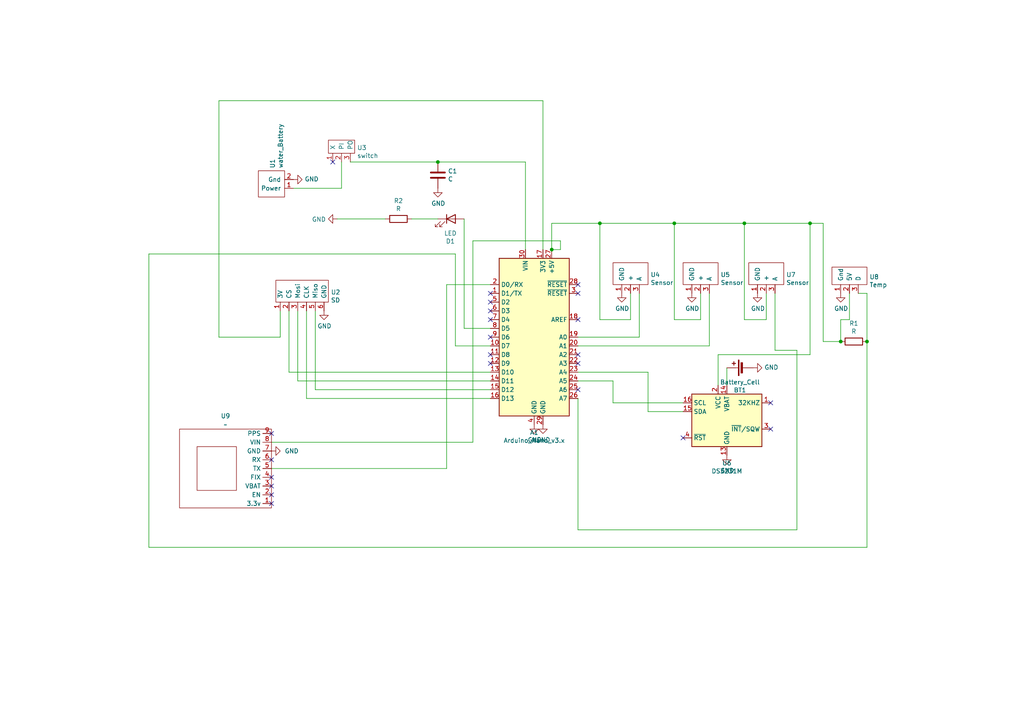
<source format=kicad_sch>
(kicad_sch (version 20231120) (generator "eeschema") (generator_version "8.0")
  (paper "A4")
  (lib_symbols
    (symbol "Device:Battery_Cell" (pin_numbers hide) (pin_names (offset 0) hide)
      (property "Reference" "BT" (at 2.54 2.54 0))
      (property "Value" "Battery_Cell" (at 2.54 0 0))
      (symbol "Battery_Cell_0_1"
        (rectangle (start -2.286 1.778) (end 2.286 1.524) (fill (type outline)))
        (rectangle (start -1.524 1.016) (end 1.524 0.508) (fill (type outline)))
        (polyline (pts (xy 0 0.762) (xy 0 0)))
        (polyline (pts (xy 0 1.778) (xy 0 2.54)))
        (polyline (pts (xy 0.762 3.048) (xy 1.778 3.048)) (stroke (width 0.254)))
        (polyline (pts (xy 1.27 3.556) (xy 1.27 2.54)) (stroke (width 0.254)))
      )
      (symbol "Battery_Cell_1_1"
        (pin passive line (at 0 5.08 270) (length 2.54) (name "+") (number "1"))
        (pin passive line (at 0 -2.54 90) (length 2.54) (name "-") (number "2"))
      )
    )
    (symbol "Device:C" (pin_numbers hide) (pin_names (offset 0.254))
      (property "Reference" "C" (at 0.635 2.54 0))
      (property "Value" "C" (at 0.635 -2.54 0))
      (symbol "C_0_1"
        (polyline (pts (xy -2.032 -0.762) (xy 2.032 -0.762)) (stroke (width 0.508)))
        (polyline (pts (xy -2.032 0.762) (xy 2.032 0.762)) (stroke (width 0.508)))
      )
      (symbol "C_1_1"
        (pin passive line (at 0 3.81 270) (length 2.794) (name "~") (number "1"))
        (pin passive line (at 0 -3.81 90) (length 2.794) (name "~") (number "2"))
      )
    )
    (symbol "Device:LED" (pin_numbers hide) (pin_names (offset 1.016) hide)
      (property "Reference" "D" (at 0 2.54 0))
      (property "Value" "LED" (at 0 -2.54 0))
      (symbol "LED_0_1"
        (polyline (pts (xy -1.27 -1.27) (xy -1.27 1.27)) (stroke (width 0.254)))
        (polyline (pts (xy -1.27 0) (xy 1.27 0)))
        (polyline (pts (xy 1.27 -1.27) (xy 1.27 1.27) (xy -1.27 0) (xy 1.27 -1.27)) (stroke (width 0.254)))
        (polyline (pts (xy -3.048 -0.762) (xy -4.572 -2.286) (xy -3.81 -2.286) (xy -4.572 -2.286) (xy -4.572 -1.524)))
        (polyline (pts (xy -1.778 -0.762) (xy -3.302 -2.286) (xy -2.54 -2.286) (xy -3.302 -2.286) (xy -3.302 -1.524)))
      )
      (symbol "LED_1_1"
        (pin passive line (at -3.81 0 0) (length 2.54) (name "K") (number "1"))
        (pin passive line (at 3.81 0 180) (length 2.54) (name "A") (number "2"))
      )
    )
    (symbol "Device:R" (pin_numbers hide) (pin_names (offset 0))
      (property "Reference" "R" (at 2.032 0 90))
      (property "Value" "R" (at 0 0 90))
      (symbol "R_0_1"
        (rectangle (start -1.016 -2.54) (end 1.016 2.54) (stroke (width 0.254)))
      )
      (symbol "R_1_1"
        (pin passive line (at 0 3.81 270) (length 1.27) (name "~") (number "1"))
        (pin passive line (at 0 -3.81 90) (length 1.27) (name "~") (number "2"))
      )
    )
    (symbol "MCU_Module:Arduino_Nano_v3.x"
      (property "Reference" "A" (at -10.16 23.495 0))
      (property "Value" "Arduino_Nano_v3.x" (at 5.08 -24.13 0))
      (symbol "Arduino_Nano_v3.x_0_1"
        (rectangle (start -10.16 22.86) (end 10.16 -22.86) (stroke (width 0.254)) (fill (type background)))
      )
      (symbol "Arduino_Nano_v3.x_1_1"
        (pin bidirectional line (at -12.7 12.7 0) (length 2.54) (name "D1/TX") (number "1"))
        (pin bidirectional line (at -12.7 -2.54 0) (length 2.54) (name "D7") (number "10"))
        (pin bidirectional line (at -12.7 -5.08 0) (length 2.54) (name "D8") (number "11"))
        (pin bidirectional line (at -12.7 -7.62 0) (length 2.54) (name "D9") (number "12"))
        (pin bidirectional line (at -12.7 -10.16 0) (length 2.54) (name "D10") (number "13"))
        (pin bidirectional line (at -12.7 -12.7 0) (length 2.54) (name "D11") (number "14"))
        (pin bidirectional line (at -12.7 -15.24 0) (length 2.54) (name "D12") (number "15"))
        (pin bidirectional line (at -12.7 -17.78 0) (length 2.54) (name "D13") (number "16"))
        (pin power_out line (at 2.54 25.4 270) (length 2.54) (name "3V3") (number "17"))
        (pin input line (at 12.7 5.08 180) (length 2.54) (name "AREF") (number "18"))
        (pin bidirectional line (at 12.7 0 180) (length 2.54) (name "A0") (number "19"))
        (pin bidirectional line (at -12.7 15.24 0) (length 2.54) (name "D0/RX") (number "2"))
        (pin bidirectional line (at 12.7 -2.54 180) (length 2.54) (name "A1") (number "20"))
        (pin bidirectional line (at 12.7 -5.08 180) (length 2.54) (name "A2") (number "21"))
        (pin bidirectional line (at 12.7 -7.62 180) (length 2.54) (name "A3") (number "22"))
        (pin bidirectional line (at 12.7 -10.16 180) (length 2.54) (name "A4") (number "23"))
        (pin bidirectional line (at 12.7 -12.7 180) (length 2.54) (name "A5") (number "24"))
        (pin bidirectional line (at 12.7 -15.24 180) (length 2.54) (name "A6") (number "25"))
        (pin bidirectional line (at 12.7 -17.78 180) (length 2.54) (name "A7") (number "26"))
        (pin power_out line (at 5.08 25.4 270) (length 2.54) (name "+5V") (number "27"))
        (pin input line (at 12.7 15.24 180) (length 2.54) (name "~{RESET}") (number "28"))
        (pin power_in line (at 2.54 -25.4 90) (length 2.54) (name "GND") (number "29"))
        (pin input line (at 12.7 12.7 180) (length 2.54) (name "~{RESET}") (number "3"))
        (pin power_in line (at -2.54 25.4 270) (length 2.54) (name "VIN") (number "30"))
        (pin power_in line (at 0 -25.4 90) (length 2.54) (name "GND") (number "4"))
        (pin bidirectional line (at -12.7 10.16 0) (length 2.54) (name "D2") (number "5"))
        (pin bidirectional line (at -12.7 7.62 0) (length 2.54) (name "D3") (number "6"))
        (pin bidirectional line (at -12.7 5.08 0) (length 2.54) (name "D4") (number "7"))
        (pin bidirectional line (at -12.7 2.54 0) (length 2.54) (name "D5") (number "8"))
        (pin bidirectional line (at -12.7 0 0) (length 2.54) (name "D6") (number "9"))
      )
    )
    (symbol "Timer_RTC:DS3231M"
      (property "Reference" "U" (at -7.62 8.89 0))
      (property "Value" "DS3231M" (at 10.16 8.89 0))
      (symbol "DS3231M_0_1"
        (rectangle (start -10.16 7.62) (end 10.16 -7.62) (stroke (width 0.254)) (fill (type background)))
      )
      (symbol "DS3231M_1_1"
        (pin open_collector line (at 12.7 5.08 180) (length 2.54) (name "32KHZ") (number "1"))
        (pin passive line (at 0 -10.16 90) (length 2.54) hide (name "GND") (number "10"))
        (pin passive line (at 0 -10.16 90) (length 2.54) hide (name "GND") (number "11"))
        (pin passive line (at 0 -10.16 90) (length 2.54) hide (name "GND") (number "12"))
        (pin power_in line (at 0 -10.16 90) (length 2.54) (name "GND") (number "13"))
        (pin power_in line (at 0 10.16 270) (length 2.54) (name "VBAT") (number "14"))
        (pin bidirectional line (at -12.7 2.54 0) (length 2.54) (name "SDA") (number "15"))
        (pin input line (at -12.7 5.08 0) (length 2.54) (name "SCL") (number "16"))
        (pin power_in line (at -2.54 10.16 270) (length 2.54) (name "VCC") (number "2"))
        (pin open_collector line (at 12.7 -2.54 180) (length 2.54) (name "~{INT}/SQW") (number "3"))
        (pin bidirectional line (at -12.7 -5.08 0) (length 2.54) (name "~{RST}") (number "4"))
        (pin passive line (at 0 -10.16 90) (length 2.54) hide (name "GND") (number "5"))
        (pin passive line (at 0 -10.16 90) (length 2.54) hide (name "GND") (number "6"))
        (pin passive line (at 0 -10.16 90) (length 2.54) hide (name "GND") (number "7"))
        (pin passive line (at 0 -10.16 90) (length 2.54) hide (name "GND") (number "8"))
        (pin passive line (at 0 -10.16 90) (length 2.54) hide (name "GND") (number "9"))
      )
    )
    (symbol "V0.1-rescue:GND-power" (power) (pin_names (offset 0))
      (property "Value" "power_GND" (at 0 -3.81 0))
      (symbol "GND-power_0_1"
        (polyline (pts (xy 0 0) (xy 0 -1.27) (xy 1.27 -1.27) (xy 0 -2.54) (xy -1.27 -1.27) (xy 0 -1.27)))
      )
      (symbol "GND-power_1_1"
        (pin power_in line (at 0 0 270) (length 0) hide (name "GND") (number "1"))
      )
    )
    (symbol "V0.1-rescue:GPS_Module"
      (property "Reference" "U" (at 0 4.826 0))
      (symbol "GPS_Module_0_1"
        (rectangle (start -3.81 1.27) (end 22.86 -21.59))
        (rectangle (start 6.35 -3.81) (end 17.78 -16.51))
      )
      (symbol "GPS_Module_1_1"
        (pin power_in line (at -3.81 0 0) (length 2.54) (name "3.3v") (number "1"))
        (pin input line (at -3.81 -2.54 0) (length 2.54) (name "EN") (number "2"))
        (pin input line (at -3.81 -5.08 0) (length 2.54) (name "VBAT") (number "3"))
        (pin output line (at -3.81 -7.62 0) (length 2.54) (name "FIX") (number "4"))
        (pin output line (at -3.81 -10.16 0) (length 2.54) (name "TX") (number "5"))
        (pin input line (at -3.81 -12.7 0) (length 2.54) (name "RX") (number "6"))
        (pin passive line (at -3.81 -15.24 0) (length 2.54) (name "GND") (number "7"))
        (pin input line (at -3.81 -17.78 0) (length 2.54) (name "VIN") (number "8"))
        (pin output line (at -3.81 -20.32 0) (length 2.54) (name "PPS") (number "9"))
      )
    )
    (symbol "V0.1-rescue:SD-water" (pin_names (offset 1.016))
      (property "Reference" "U" (at 0 3.81 0))
      (property "Value" "water_SD" (at 0 1.27 0))
      (symbol "SD-water_0_1"
        (rectangle (start -7.62 -7.62) (end 7.62 -1.27))
      )
      (symbol "SD-water_1_1"
        (pin input line (at -6.35 -10.16 90) (length 2.54) (name "3V") (number "1"))
        (pin input line (at -3.81 -10.16 90) (length 2.54) (name "CS") (number "2"))
        (pin input line (at -1.27 -10.16 90) (length 2.54) (name "Mosi") (number "3"))
        (pin input line (at 1.27 -10.16 90) (length 2.54) (name "CLK") (number "4"))
        (pin input line (at 3.81 -10.16 90) (length 2.54) (name "Miso") (number "5"))
        (pin input line (at 6.35 -10.16 90) (length 2.54) (name "GND") (number "6"))
      )
    )
    (symbol "V0.1-rescue:Sensor-WATER_SENSOR-cache" (pin_names (offset 1.016))
      (property "Reference" "U" (at 0 5.08 0))
      (property "Value" "WATER_SENSOR-cache_Sensor" (at 0 2.54 0))
      (symbol "Sensor-WATER_SENSOR-cache_0_1"
        (rectangle (start -5.08 -6.35) (end 5.08 0))
      )
      (symbol "Sensor-WATER_SENSOR-cache_1_1"
        (pin input line (at -2.54 -8.89 90) (length 2.54) (name "GND") (number "1"))
        (pin input line (at 0 -8.89 90) (length 2.54) (name "+") (number "2"))
        (pin input line (at 2.54 -8.89 90) (length 2.54) (name "A") (number "3"))
      )
    )
    (symbol "V0.1-rescue:Temp-WATER_SENSOR-cache" (pin_names (offset 1.016))
      (property "Reference" "U" (at 0 2.54 0))
      (property "Value" "WATER_SENSOR-cache_Temp" (at 0 1.27 0))
      (symbol "Temp-WATER_SENSOR-cache_0_1"
        (rectangle (start -5.08 -5.08) (end 5.08 0))
      )
      (symbol "Temp-WATER_SENSOR-cache_1_1"
        (pin input line (at -2.54 -7.62 90) (length 2.54) (name "Gnd") (number "1"))
        (pin input line (at 0 -7.62 90) (length 2.54) (name "5V") (number "2"))
        (pin input line (at 2.54 -7.62 90) (length 2.54) (name "D") (number "3"))
      )
    )
    (symbol "V0.1-rescue:switch-water" (pin_names (offset 1.016))
      (property "Reference" "U" (at 0 -5.08 0))
      (property "Value" "water_switch" (at -5.08 -2.54 0))
      (symbol "switch-water_0_1"
        (rectangle (start -8.89 -7.62) (end -1.27 -3.81))
      )
      (symbol "switch-water_1_1"
        (pin input line (at -7.62 -10.16 90) (length 2.54) (name "X") (number "1"))
        (pin input line (at -5.08 -10.16 90) (length 2.54) (name "PI") (number "2"))
        (pin input line (at -2.54 -10.16 90) (length 2.54) (name "PO") (number "3"))
      )
    )
    (symbol "V0.1-rescue:water_Battery-WATER_SENSOR-cache" (pin_names (offset 1.016))
      (property "Reference" "U" (at 1.27 0 0))
      (property "Value" "WATER_SENSOR-cache_water_Battery" (at 1.27 -2.54 0))
      (symbol "water_Battery-WATER_SENSOR-cache_0_1"
        (rectangle (start -2.54 -11.43) (end 5.08 -3.81))
      )
      (symbol "water_Battery-WATER_SENSOR-cache_1_1"
        (pin input line (at 0 -13.97 90) (length 2.54) (name "Power") (number "1"))
        (pin input line (at 2.54 -13.97 90) (length 2.54) (name "Gnd") (number "2"))
      )
    )
    (symbol "power:GND" (power) (pin_numbers hide) (pin_names (offset 0) hide)
      (property "Value" "GND" (at 0 -3.81 0))
      (symbol "GND_0_1"
        (polyline (pts (xy 0 0) (xy 0 -1.27) (xy 1.27 -1.27) (xy 0 -2.54) (xy -1.27 -1.27) (xy 0 -1.27)))
      )
      (symbol "GND_1_1"
        (pin power_in line (at 0 0 270) (length 0) (name "~") (number "1"))
      )
    )
  )
  (junction (at 127 46.99))
  (junction (at 215.9 64.77))
  (junction (at 160.02 72.39))
  (junction (at 234.95 64.77))
  (junction (at 173.99 64.77))
  (junction (at 251.46 99.06))
  (junction (at 195.58 64.77))
  (junction (at 243.84 99.06))
  (no_connect (at 96.52 46.99))
  (no_connect (at 142.24 92.71))
  (no_connect (at 223.52 116.84))
  (no_connect (at 78.74 133.35))
  (no_connect (at 78.74 146.05))
  (no_connect (at 78.74 125.73))
  (no_connect (at 142.24 85.09))
  (no_connect (at 167.64 102.87))
  (no_connect (at 142.24 97.79))
  (no_connect (at 142.24 105.41))
  (no_connect (at 167.64 85.09))
  (no_connect (at 142.24 87.63))
  (no_connect (at 78.74 138.43))
  (no_connect (at 167.64 92.71))
  (no_connect (at 223.52 124.46))
  (no_connect (at 167.64 113.03))
  (no_connect (at 167.64 105.41))
  (no_connect (at 78.74 140.97))
  (no_connect (at 142.24 102.87))
  (no_connect (at 198.12 127))
  (no_connect (at 142.24 90.17))
  (no_connect (at 167.64 82.55))
  (no_connect (at 78.74 143.51))
  (wire (pts (xy 137.16 128.27) (xy 137.16 69.85)))
  (wire (pts (xy 187.96 119.38) (xy 187.96 107.95)))
  (wire (pts (xy 187.96 107.95) (xy 167.64 107.95)))
  (wire (pts (xy 173.99 64.77) (xy 195.58 64.77)))
  (wire (pts (xy 231.14 101.6) (xy 231.14 153.67)))
  (wire (pts (xy 88.9 115.57) (xy 142.24 115.57)))
  (wire (pts (xy 132.08 73.66) (xy 132.08 100.33)))
  (wire (pts (xy 222.25 92.71) (xy 222.25 85.09)))
  (wire (pts (xy 91.44 113.03) (xy 142.24 113.03)))
  (wire (pts (xy 203.2 92.71) (xy 203.2 85.09)))
  (wire (pts (xy 63.5 97.79) (xy 81.28 97.79)))
  (wire (pts (xy 78.74 135.89) (xy 129.54 135.89)))
  (wire (pts (xy 111.76 63.5) (xy 97.79 63.5)))
  (wire (pts (xy 251.46 158.75) (xy 43.18 158.75)))
  (wire (pts (xy 88.9 90.17) (xy 88.9 115.57)))
  (wire (pts (xy 91.44 90.17) (xy 91.44 113.03)))
  (wire (pts (xy 205.74 85.09) (xy 205.74 100.33)))
  (wire (pts (xy 231.14 153.67) (xy 167.64 153.67)))
  (wire (pts (xy 160.02 72.39) (xy 160.02 64.77)))
  (wire (pts (xy 234.95 102.87) (xy 208.28 102.87)))
  (wire (pts (xy 86.36 90.17) (xy 86.36 110.49)))
  (wire (pts (xy 215.9 92.71) (xy 222.25 92.71)))
  (wire (pts (xy 246.38 92.71) (xy 243.84 92.71)))
  (wire (pts (xy 43.18 158.75) (xy 43.18 73.66)))
  (wire (pts (xy 224.79 85.09) (xy 224.79 101.6)))
  (wire (pts (xy 243.84 92.71) (xy 243.84 99.06)))
  (wire (pts (xy 134.62 95.25) (xy 134.62 63.5)))
  (wire (pts (xy 167.64 153.67) (xy 167.64 115.57)))
  (wire (pts (xy 132.08 100.33) (xy 142.24 100.33)))
  (wire (pts (xy 129.54 82.55) (xy 142.24 82.55)))
  (wire (pts (xy 185.42 85.09) (xy 185.42 97.79)))
  (wire (pts (xy 246.38 85.09) (xy 246.38 92.71)))
  (wire (pts (xy 85.09 54.61) (xy 99.06 54.61)))
  (wire (pts (xy 101.6 46.99) (xy 127 46.99)))
  (wire (pts (xy 195.58 92.71) (xy 203.2 92.71)))
  (wire (pts (xy 177.8 116.84) (xy 177.8 110.49)))
  (wire (pts (xy 198.12 116.84) (xy 177.8 116.84)))
  (wire (pts (xy 162.56 69.85) (xy 162.56 72.39)))
  (wire (pts (xy 78.74 128.27) (xy 137.16 128.27)))
  (wire (pts (xy 208.28 102.87) (xy 208.28 111.76)))
  (wire (pts (xy 177.8 110.49) (xy 167.64 110.49)))
  (wire (pts (xy 157.48 72.39) (xy 157.48 29.21)))
  (wire (pts (xy 215.9 64.77) (xy 234.95 64.77)))
  (wire (pts (xy 185.42 97.79) (xy 167.64 97.79)))
  (wire (pts (xy 224.79 101.6) (xy 231.14 101.6)))
  (wire (pts (xy 173.99 92.71) (xy 182.88 92.71)))
  (wire (pts (xy 238.76 64.77) (xy 238.76 99.06)))
  (wire (pts (xy 127 46.99) (xy 152.4 46.99)))
  (wire (pts (xy 205.74 100.33) (xy 167.64 100.33)))
  (wire (pts (xy 238.76 99.06) (xy 243.84 99.06)))
  (wire (pts (xy 99.06 54.61) (xy 99.06 46.99)))
  (wire (pts (xy 160.02 64.77) (xy 173.99 64.77)))
  (wire (pts (xy 182.88 92.71) (xy 182.88 85.09)))
  (wire (pts (xy 63.5 29.21) (xy 63.5 97.79)))
  (wire (pts (xy 234.95 64.77) (xy 234.95 102.87)))
  (wire (pts (xy 152.4 46.99) (xy 152.4 72.39)))
  (wire (pts (xy 251.46 99.06) (xy 251.46 158.75)))
  (wire (pts (xy 162.56 72.39) (xy 160.02 72.39)))
  (wire (pts (xy 83.82 90.17) (xy 83.82 107.95)))
  (wire (pts (xy 137.16 69.85) (xy 162.56 69.85)))
  (wire (pts (xy 81.28 97.79) (xy 81.28 90.17)))
  (wire (pts (xy 195.58 64.77) (xy 215.9 64.77)))
  (wire (pts (xy 157.48 29.21) (xy 63.5 29.21)))
  (wire (pts (xy 195.58 64.77) (xy 195.58 92.71)))
  (wire (pts (xy 142.24 95.25) (xy 134.62 95.25)))
  (wire (pts (xy 43.18 73.66) (xy 132.08 73.66)))
  (wire (pts (xy 173.99 64.77) (xy 173.99 92.71)))
  (wire (pts (xy 251.46 85.09) (xy 251.46 99.06)))
  (wire (pts (xy 83.82 107.95) (xy 142.24 107.95)))
  (wire (pts (xy 210.82 106.68) (xy 210.82 111.76)))
  (wire (pts (xy 86.36 110.49) (xy 142.24 110.49)))
  (wire (pts (xy 215.9 64.77) (xy 215.9 92.71)))
  (wire (pts (xy 127 63.5) (xy 119.38 63.5)))
  (wire (pts (xy 198.12 119.38) (xy 187.96 119.38)))
  (wire (pts (xy 234.95 64.77) (xy 238.76 64.77)))
  (wire (pts (xy 129.54 135.89) (xy 129.54 82.55)))
  (wire (pts (xy 248.92 85.09) (xy 251.46 85.09)))
  (symbol (lib_id "MCU_Module:Arduino_Nano_v3.x") (at 154.94 97.79 0) (unit 1)
    (property "Reference" "A1" (at 154.94 125.4506 0))
    (property "Value" "Arduino_Nano_v3.x" (at 154.94 127.762 0))
    (property "Footprint" "Module:Arduino_Nano" (effects (hide yes)))
    (property "Datasheet" "http://www.mouser.com/pdfdocs/Gravitech_Arduino_Nano3_0.pdf" (effects (hide yes)))
  )
  (symbol (lib_id "Timer_RTC:DS3231M") (at 210.82 121.92 0) (unit 1)
    (property "Reference" "U6" (at 210.82 134.3406 0))
    (property "Value" "DS3231M" (at 210.82 136.652 0))
    (property "Footprint" "Package_SO:SOIC-16W_7.5x10.3mm_P1.27mm" (effects (hide yes)))
    (property "Datasheet" "http://datasheets.maximintegrated.com/en/ds/DS3231.pdf" (effects (hide yes)))
  )
  (symbol (lib_id "V0.1-rescue:SD-water") (at 87.63 80.01 0) (unit 1)
    (property "Reference" "U2" (at 95.9612 84.7598 0) (effects (justify left)))
    (property "Value" "SD" (at 95.9612 87.0712 0) (effects (justify left)))
    (property "Footprint" "WATER_SENSOR:SD" (effects (hide yes)))
  )
  (symbol (lib_id "V0.1-rescue:Sensor-WATER_SENSOR-cache") (at 182.88 76.2 0) (unit 1)
    (property "Reference" "U4" (at 188.6712 79.6798 0) (effects (justify left)))
    (property "Value" "Sensor" (at 188.6712 81.9912 0) (effects (justify left)))
    (property "Footprint" "WATER_SENSOR:phraails" (effects (hide yes)))
  )
  (symbol (lib_id "V0.1-rescue:water_Battery-WATER_SENSOR-cache") (at 71.12 54.61 90) (unit 1)
    (property "Reference" "U1" (at 79.0448 48.8188 0) (effects (justify left)))
    (property "Value" "water_Battery" (at 81.3562 48.8188 0) (effects (justify left)))
    (property "Footprint" "WATER_SENSOR:Battery_Input" (effects (hide yes)))
  )
  (symbol (lib_id "V0.1-rescue:switch-water") (at 104.14 36.83 0) (unit 1)
    (property "Reference" "U3" (at 103.5812 42.8498 0) (effects (justify left)))
    (property "Value" "switch" (at 103.5812 45.1612 0) (effects (justify left)))
    (property "Footprint" "WATER_SENSOR:grounded_switch" (effects (hide yes)))
  )
  (symbol (lib_id "V0.1-rescue:Sensor-WATER_SENSOR-cache") (at 203.2 76.2 0) (unit 1)
    (property "Reference" "U5" (at 208.9912 79.6798 0) (effects (justify left)))
    (property "Value" "Sensor" (at 208.9912 81.9912 0) (effects (justify left)))
    (property "Footprint" "WATER_SENSOR:TDS" (effects (hide yes)))
  )
  (symbol (lib_id "V0.1-rescue:Sensor-WATER_SENSOR-cache") (at 222.25 76.2 0) (unit 1)
    (property "Reference" "U7" (at 228.0412 79.6798 0) (effects (justify left)))
    (property "Value" "Sensor" (at 228.0412 81.9912 0) (effects (justify left)))
    (property "Footprint" "WATER_SENSOR:Turbidity" (effects (hide yes)))
  )
  (symbol (lib_id "V0.1-rescue:Temp-WATER_SENSOR-cache") (at 246.38 77.47 0) (unit 1)
    (property "Reference" "U8" (at 252.1712 80.3148 0) (effects (justify left)))
    (property "Value" "Temp" (at 252.1712 82.6262 0) (effects (justify left)))
    (property "Footprint" "WATER_SENSOR:Temp." (effects (hide yes)))
  )
  (symbol (lib_id "V0.1-rescue:GND-power") (at 180.34 85.09 0) (unit 1)
    (property "Reference" "#PWR0101" (effects (hide yes)))
    (property "Value" "GND" (at 180.467 89.4842 0))
  )
  (symbol (lib_id "V0.1-rescue:GND-power") (at 200.66 85.09 0) (unit 1)
    (property "Reference" "#PWR0102" (effects (hide yes)))
    (property "Value" "GND" (at 200.787 89.4842 0))
  )
  (symbol (lib_id "V0.1-rescue:GND-power") (at 219.71 85.09 0) (unit 1)
    (property "Reference" "#PWR0103" (effects (hide yes)))
    (property "Value" "GND" (at 219.837 89.4842 0))
  )
  (symbol (lib_id "V0.1-rescue:GND-power") (at 85.09 52.07 90) (unit 1)
    (property "Reference" "#PWR0104" (effects (hide yes)))
    (property "Value" "GND" (at 88.3412 51.943 90) (effects (justify right)))
  )
  (symbol (lib_id "V0.1-rescue:GND-power") (at 93.98 90.17 0) (unit 1)
    (property "Reference" "#PWR0105" (effects (hide yes)))
    (property "Value" "GND" (at 94.107 94.5642 0))
  )
  (symbol (lib_id "Device:R") (at 247.65 99.06 270) (unit 1)
    (property "Reference" "R1" (at 247.65 93.8022 90))
    (property "Value" "R" (at 247.65 96.1136 90))
    (property "Footprint" "Resistor_SMD:R_1206_3216Metric_Pad1.30x1.75mm_HandSolder" (effects (hide yes)))
  )
  (symbol (lib_id "V0.1-rescue:GND-power") (at 243.84 85.09 0) (unit 1)
    (property "Reference" "#PWR0106" (effects (hide yes)))
    (property "Value" "GND" (at 243.967 89.4842 0))
  )
  (symbol (lib_id "Device:Battery_Cell") (at 215.9 106.68 90) (unit 1)
    (property "Reference" "BT1" (at 214.63 113.157 90))
    (property "Value" "Battery_Cell" (at 214.63 110.8456 90))
    (property "Footprint" "WATER_SENSOR:battery_holder_10mm" (effects (hide yes)))
  )
  (symbol (lib_id "V0.1-rescue:GND-power") (at 210.82 132.08 0) (unit 1)
    (property "Reference" "#PWR0108" (effects (hide yes)))
    (property "Value" "GND" (at 210.947 136.4742 0))
  )
  (symbol (lib_id "V0.1-rescue:GND-power") (at 157.48 123.19 0) (unit 1)
    (property "Reference" "#PWR0109" (effects (hide yes)))
    (property "Value" "GND" (at 157.607 127.5842 0))
  )
  (symbol (lib_id "V0.1-rescue:GND-power") (at 154.94 123.19 0) (unit 1)
    (property "Reference" "#PWR0110" (effects (hide yes)))
    (property "Value" "GND" (at 155.067 127.5842 0))
  )
  (symbol (lib_id "Device:C") (at 127 50.8 0) (unit 1)
    (property "Reference" "C1" (at 129.921 49.6316 0) (effects (justify left)))
    (property "Value" "C" (at 129.921 51.943 0) (effects (justify left)))
    (property "Footprint" "Capacitor_SMD:C_1206_3216Metric_Pad1.33x1.80mm_HandSolder" (effects (hide yes)))
  )
  (symbol (lib_id "V0.1-rescue:GND-power") (at 127 54.61 0) (unit 1)
    (property "Reference" "#PWR0111" (effects (hide yes)))
    (property "Value" "GND" (at 127.127 59.0042 0))
  )
  (symbol (lib_id "Device:LED") (at 130.81 63.5 0) (unit 1)
    (property "Reference" "D1" (at 130.6322 69.977 0))
    (property "Value" "LED" (at 130.6322 67.6656 0))
    (property "Footprint" "LED_THT:LED_D3.0mm" (effects (hide yes)))
  )
  (symbol (lib_id "Device:R") (at 115.57 63.5 270) (unit 1)
    (property "Reference" "R2" (at 115.57 58.2422 90))
    (property "Value" "R" (at 115.57 60.5536 90))
    (property "Footprint" "Resistor_SMD:R_1206_3216Metric_Pad1.30x1.75mm_HandSolder" (effects (hide yes)))
  )
  (symbol (lib_id "V0.1-rescue:GND-power") (at 97.79 63.5 270) (unit 1)
    (property "Reference" "#PWR0112" (effects (hide yes)))
    (property "Value" "GND" (at 94.5388 63.627 90) (effects (justify right)))
  )
  (symbol (lib_id "V0.1-rescue:GND-power") (at 218.44 106.68 90) (unit 1)
    (property "Reference" "#PWR0107" (effects (hide yes)))
    (property "Value" "GND" (at 221.6912 106.553 90) (effects (justify right)))
  )
  (symbol (lib_id "power:GND") (at 78.74 130.81 90) (unit 1)
    (property "Reference" "#PWR01" (effects (hide yes)))
    (property "Value" "GND" (at 82.55 130.8099 90) (effects (justify right)))
    (property "Description" "Power symbol creates a global label with name \"GND\" , ground" (effects (hide yes)))
  )
  (symbol (lib_id "V0.1-rescue:GPS_Module") (at 74.93 146.05 180) (unit 1)
    (property "Reference" "U9" (at 65.405 120.65 0))
    (property "Value" "~" (at 65.405 123.19 0))
    (property "Footprint" "GPS Module:GPS Module" (effects (hide yes)))
  )
)
</source>
